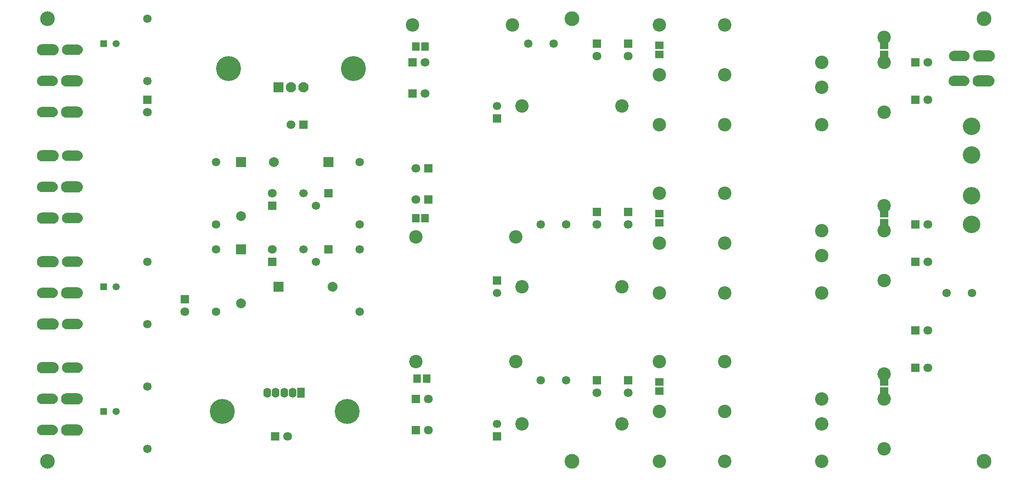
<source format=gbs>
G04 DipTrace 2.4.0.2*
%INpsu_1.GBS*%
%MOMM*%
%ADD29R,1.8X1.8*%
%ADD32C,3.556*%
%ADD46C,5.08*%
%ADD47C,3.0*%
%ADD58C,2.1*%
%ADD59C,1.7*%
%ADD60R,2.1X2.1*%
%ADD61R,1.7X1.7*%
%ADD62O,1.6X2.0*%
%ADD64R,1.6X2.0*%
%ADD66C,1.724*%
%ADD68C,2.74*%
%ADD70C,2.74*%
%ADD72R,1.47X1.47*%
%ADD74C,1.47*%
%ADD76C,1.724*%
%ADD82C,2.0*%
%ADD84R,2.0X2.0*%
%ADD85R,1.5X1.7*%
%ADD87R,1.7X1.5*%
%ADD89C,1.8*%
%FSLAX53Y53*%
G04*
G71*
G90*
G75*
G01*
%LNBotMask*%
%LPD*%
D29*
X191610Y88740D3*
D89*
X194150D3*
D29*
X191610Y55720D3*
D89*
X194150D3*
D29*
X191610Y41750D3*
D89*
X194150D3*
Y96360D3*
D29*
X191610D3*
D89*
X194150Y63340D3*
D29*
X191610D3*
D89*
X194150Y34130D3*
D29*
X191610D3*
D87*
X185260Y65563D3*
Y63663D3*
Y99853D3*
Y97953D3*
Y31273D3*
Y29373D3*
X139540Y99853D3*
Y97953D3*
Y65563D3*
Y63663D3*
Y31273D3*
Y29373D3*
D89*
X133190Y97630D3*
D29*
Y100170D3*
D89*
Y63340D3*
D29*
Y65880D3*
D89*
Y29050D3*
D29*
Y31590D3*
X126840Y100170D3*
D89*
Y97630D3*
D29*
Y65880D3*
D89*
Y63340D3*
D29*
Y31590D3*
D89*
Y29050D3*
D85*
X91910Y64610D3*
X90010D3*
X90330Y31910D3*
X92230D3*
X90010Y99535D3*
X91910D3*
D89*
X91915Y96360D3*
D29*
X89375D3*
D89*
X90010Y68420D3*
D29*
X92550D3*
D89*
Y27780D3*
D29*
X90010D3*
X92550Y74770D3*
D89*
X90010D3*
D29*
X89375Y90010D3*
D89*
X91915D3*
D29*
X90010Y21430D3*
D89*
X92550D3*
X63975Y20160D3*
D29*
X61435D3*
D89*
X64610Y83660D3*
D29*
X67150D3*
X60800Y67150D3*
D89*
Y69690D3*
D29*
Y55720D3*
D89*
Y58260D3*
D29*
X35400Y88740D3*
D89*
Y86200D3*
D29*
X43020Y48100D3*
D89*
Y45560D3*
D84*
X72230Y76040D3*
D82*
X61180D3*
D84*
X62070Y50640D3*
D82*
X73120D3*
D84*
X54450Y76040D3*
D82*
Y64990D3*
D84*
Y58260D3*
D82*
Y47210D3*
D32*
X203040Y63340D3*
Y69182D3*
Y83340D3*
Y77498D3*
D47*
X15080Y15080D3*
Y105250D3*
X205580D3*
X121760D3*
Y15080D3*
X205580D3*
D61*
X106520Y84930D3*
D59*
Y87470D3*
D61*
Y51910D3*
D59*
Y49370D3*
D61*
Y20160D3*
D59*
Y22700D3*
D76*
X197960Y49370D3*
X203168D3*
X112870Y100170D3*
X118078D3*
X115410Y63340D3*
X120618D3*
X115410Y31590D3*
X120618D3*
D74*
X29050Y25240D3*
D72*
X26510D3*
D74*
X29050Y100170D3*
D72*
X26510D3*
D74*
X29050Y50640D3*
D72*
X26510D3*
D70*
X172560Y91280D3*
Y96360D3*
X152875Y83660D3*
Y103980D3*
Y93820D3*
X172560Y83660D3*
Y56990D3*
Y62070D3*
X152875Y49370D3*
Y69690D3*
Y59530D3*
X172560Y49370D3*
Y22700D3*
Y27780D3*
X152875Y15080D3*
Y35400D3*
Y25240D3*
X172560Y15080D3*
X139540Y93820D3*
Y83660D3*
Y103980D3*
X185260Y96360D3*
Y101440D3*
Y86200D3*
X139540Y59530D3*
Y49370D3*
Y69690D3*
X185260Y62070D3*
Y67150D3*
Y51910D3*
X139540Y25240D3*
Y15080D3*
Y35400D3*
X185260Y27780D3*
Y32860D3*
Y17620D3*
X89375Y103980D3*
D68*
X109695D3*
D70*
X90010Y60800D3*
D68*
X110330D3*
D70*
X90010Y35400D3*
D68*
X110330D3*
D76*
X78580Y63340D3*
D66*
Y76040D3*
D76*
Y58260D3*
D66*
Y45560D3*
D76*
X35400Y17620D3*
D66*
Y30320D3*
D76*
X49370Y76040D3*
D66*
Y63340D3*
D76*
Y58260D3*
D66*
Y45560D3*
D76*
X35400Y92550D3*
D66*
Y105250D3*
D76*
Y55720D3*
D66*
Y43020D3*
D70*
X131920Y87470D3*
D68*
X111600D3*
D70*
X131920Y50640D3*
D68*
X111600D3*
D70*
X131920Y22700D3*
D68*
X111600D3*
D61*
X72230Y69690D3*
D59*
X69690Y67150D3*
X67150Y69690D3*
D61*
X72230Y58260D3*
D59*
X69690Y55720D3*
X67150Y58260D3*
D64*
X66674Y29050D3*
D62*
X64964D3*
X63254D3*
X61544D3*
X59834D3*
D60*
X62070Y91280D3*
D58*
X64610D3*
X67150D3*
G36*
X21219Y65670D2*
X21581Y65606D1*
X21900Y65422D1*
X22137Y65141D1*
X22263Y64795D1*
Y64427D1*
X22138Y64081D1*
X21901Y63799D1*
X21583Y63615D1*
X21220Y63551D1*
X19101D1*
X18739Y63614D1*
X18420Y63798D1*
X18183Y64079D1*
X18057Y64425D1*
Y64793D1*
X18183Y65139D1*
X18419Y65421D1*
X18737Y65605D1*
X19100Y65670D1*
X21219D1*
G37*
G36*
X16227Y65770D2*
X16616Y65701D1*
X16965Y65500D1*
X17225Y65191D1*
X17363Y64813D1*
Y64409D1*
X17225Y64030D1*
X16967Y63721D1*
X16618Y63519D1*
X16229Y63451D1*
X14093D1*
X13704Y63519D1*
X13355Y63720D1*
X13096Y64029D1*
X12957Y64407D1*
Y64811D1*
X13095Y65190D1*
X13353Y65499D1*
X13702Y65701D1*
X14091Y65770D1*
X16227D1*
G37*
G36*
X14021Y69901D2*
X13659Y69964D1*
X13340Y70148D1*
X13103Y70429D1*
X12977Y70775D1*
Y71143D1*
X13103Y71489D1*
X13339Y71771D1*
X13657Y71955D1*
X14020Y72020D1*
X16139D1*
X16501Y71956D1*
X16820Y71772D1*
X17057Y71491D1*
X17183Y71145D1*
Y70777D1*
X17058Y70431D1*
X16821Y70149D1*
X16503Y69965D1*
X16140Y69901D1*
X14021D1*
G37*
G36*
X19013Y69801D2*
X18624Y69869D1*
X18275Y70070D1*
X18016Y70379D1*
X17877Y70757D1*
Y71161D1*
X18015Y71540D1*
X18273Y71849D1*
X18622Y72051D1*
X19011Y72120D1*
X21147D1*
X21536Y72051D1*
X21885Y71850D1*
X22145Y71541D1*
X22283Y71163D1*
Y70759D1*
X22145Y70380D1*
X21887Y70071D1*
X21538Y69869D1*
X21149Y69801D1*
X19013D1*
G37*
G36*
X21219Y78370D2*
X21581Y78306D1*
X21900Y78122D1*
X22137Y77841D1*
X22263Y77495D1*
Y77127D1*
X22138Y76781D1*
X21901Y76499D1*
X21583Y76315D1*
X21220Y76251D1*
X19101D1*
X18739Y76314D1*
X18420Y76498D1*
X18183Y76779D1*
X18057Y77125D1*
Y77493D1*
X18183Y77839D1*
X18419Y78121D1*
X18737Y78305D1*
X19100Y78370D1*
X21219D1*
G37*
G36*
X16227Y78470D2*
X16616Y78401D1*
X16965Y78200D1*
X17225Y77891D1*
X17363Y77513D1*
Y77109D1*
X17225Y76730D1*
X16967Y76421D1*
X16618Y76219D1*
X16229Y76151D1*
X14093D1*
X13704Y76219D1*
X13355Y76420D1*
X13096Y76729D1*
X12957Y77107D1*
Y77511D1*
X13095Y77890D1*
X13353Y78199D1*
X13702Y78401D1*
X14091Y78470D1*
X16227D1*
G37*
G36*
X199521Y96571D2*
X199159Y96634D1*
X198840Y96818D1*
X198603Y97099D1*
X198477Y97445D1*
Y97813D1*
X198603Y98159D1*
X198839Y98441D1*
X199157Y98625D1*
X199520Y98690D1*
X201639D1*
X202001Y98626D1*
X202320Y98442D1*
X202557Y98161D1*
X202683Y97815D1*
Y97447D1*
X202558Y97101D1*
X202321Y96819D1*
X202003Y96635D1*
X201640Y96571D1*
X199521D1*
G37*
G36*
X204513Y96471D2*
X204124Y96539D1*
X203775Y96740D1*
X203516Y97049D1*
X203377Y97427D1*
Y97831D1*
X203515Y98210D1*
X203773Y98519D1*
X204122Y98721D1*
X204511Y98790D1*
X206647D1*
X207036Y98721D1*
X207385Y98520D1*
X207645Y98211D1*
X207783Y97833D1*
Y97429D1*
X207645Y97050D1*
X207387Y96741D1*
X207038Y96539D1*
X206649Y96471D1*
X204513D1*
G37*
G36*
X14021Y26721D2*
X13659Y26784D1*
X13340Y26968D1*
X13103Y27249D1*
X12977Y27595D1*
Y27963D1*
X13103Y28309D1*
X13339Y28591D1*
X13657Y28775D1*
X14020Y28840D1*
X16139D1*
X16501Y28776D1*
X16820Y28592D1*
X17057Y28311D1*
X17183Y27965D1*
Y27597D1*
X17058Y27251D1*
X16821Y26969D1*
X16503Y26785D1*
X16140Y26721D1*
X14021D1*
G37*
G36*
X19013Y26621D2*
X18624Y26689D1*
X18275Y26890D1*
X18016Y27199D1*
X17877Y27577D1*
Y27981D1*
X18015Y28360D1*
X18273Y28669D1*
X18622Y28871D1*
X19011Y28940D1*
X21147D1*
X21536Y28871D1*
X21885Y28670D1*
X22145Y28361D1*
X22283Y27983D1*
Y27579D1*
X22145Y27200D1*
X21887Y26891D1*
X21538Y26689D1*
X21149Y26621D1*
X19013D1*
G37*
G36*
X14021Y20371D2*
X13659Y20434D1*
X13340Y20618D1*
X13103Y20899D1*
X12977Y21245D1*
Y21613D1*
X13103Y21959D1*
X13339Y22241D1*
X13657Y22425D1*
X14020Y22490D1*
X16139D1*
X16501Y22426D1*
X16820Y22242D1*
X17057Y21961D1*
X17183Y21615D1*
Y21247D1*
X17058Y20901D1*
X16821Y20619D1*
X16503Y20435D1*
X16140Y20371D1*
X14021D1*
G37*
G36*
X19013Y20271D2*
X18624Y20339D1*
X18275Y20540D1*
X18016Y20849D1*
X17877Y21227D1*
Y21631D1*
X18015Y22010D1*
X18273Y22319D1*
X18622Y22521D1*
X19011Y22590D1*
X21147D1*
X21536Y22521D1*
X21885Y22320D1*
X22145Y22011D1*
X22283Y21633D1*
Y21229D1*
X22145Y20850D1*
X21887Y20541D1*
X21538Y20339D1*
X21149Y20271D1*
X19013D1*
G37*
G36*
X21219Y35190D2*
X21581Y35126D1*
X21900Y34942D1*
X22137Y34661D1*
X22263Y34315D1*
Y33947D1*
X22138Y33601D1*
X21901Y33319D1*
X21583Y33135D1*
X21220Y33071D1*
X19101D1*
X18739Y33134D1*
X18420Y33318D1*
X18183Y33599D1*
X18057Y33945D1*
Y34313D1*
X18183Y34659D1*
X18419Y34941D1*
X18737Y35125D1*
X19100Y35190D1*
X21219D1*
G37*
G36*
X16227Y35290D2*
X16616Y35221D1*
X16965Y35020D1*
X17225Y34711D1*
X17363Y34333D1*
Y33929D1*
X17225Y33550D1*
X16967Y33241D1*
X16618Y33039D1*
X16229Y32971D1*
X14093D1*
X13704Y33039D1*
X13355Y33240D1*
X13096Y33549D1*
X12957Y33927D1*
Y34331D1*
X13095Y34710D1*
X13353Y35019D1*
X13702Y35221D1*
X14091Y35290D1*
X16227D1*
G37*
G36*
X199441Y91491D2*
X199079Y91554D1*
X198760Y91738D1*
X198523Y92019D1*
X198397Y92365D1*
Y92733D1*
X198523Y93079D1*
X198759Y93361D1*
X199077Y93545D1*
X199440Y93610D1*
X201559D1*
X201921Y93546D1*
X202240Y93362D1*
X202477Y93081D1*
X202603Y92735D1*
Y92367D1*
X202478Y92021D1*
X202241Y91739D1*
X201923Y91555D1*
X201560Y91491D1*
X199441D1*
G37*
G36*
X204433Y91391D2*
X204044Y91459D1*
X203695Y91660D1*
X203436Y91969D1*
X203297Y92347D1*
Y92751D1*
X203435Y93130D1*
X203693Y93439D1*
X204042Y93641D1*
X204431Y93710D1*
X206567D1*
X206956Y93641D1*
X207305Y93440D1*
X207565Y93131D1*
X207703Y92753D1*
Y92349D1*
X207565Y91970D1*
X207307Y91661D1*
X206958Y91459D1*
X206569Y91391D1*
X204433D1*
G37*
G36*
X21219Y99960D2*
X21581Y99896D1*
X21900Y99712D1*
X22137Y99431D1*
X22263Y99085D1*
Y98717D1*
X22138Y98371D1*
X21901Y98089D1*
X21583Y97905D1*
X21220Y97841D1*
X19101D1*
X18739Y97904D1*
X18420Y98088D1*
X18183Y98369D1*
X18057Y98715D1*
Y99083D1*
X18183Y99429D1*
X18419Y99711D1*
X18737Y99895D1*
X19100Y99960D1*
X21219D1*
G37*
G36*
X16227Y100060D2*
X16616Y99991D1*
X16965Y99790D1*
X17225Y99481D1*
X17363Y99103D1*
Y98699D1*
X17225Y98320D1*
X16967Y98011D1*
X16618Y97809D1*
X16229Y97741D1*
X14093D1*
X13704Y97809D1*
X13355Y98010D1*
X13096Y98319D1*
X12957Y98697D1*
Y99101D1*
X13095Y99480D1*
X13353Y99789D1*
X13702Y99991D1*
X14091Y100060D1*
X16227D1*
G37*
G36*
X14021Y91491D2*
X13659Y91554D1*
X13340Y91738D1*
X13103Y92019D1*
X12977Y92365D1*
Y92733D1*
X13103Y93079D1*
X13339Y93361D1*
X13657Y93545D1*
X14020Y93610D1*
X16139D1*
X16501Y93546D1*
X16820Y93362D1*
X17057Y93081D1*
X17183Y92735D1*
Y92367D1*
X17058Y92021D1*
X16821Y91739D1*
X16503Y91555D1*
X16140Y91491D1*
X14021D1*
G37*
G36*
X19013Y91391D2*
X18624Y91459D1*
X18275Y91660D1*
X18016Y91969D1*
X17877Y92347D1*
Y92751D1*
X18015Y93130D1*
X18273Y93439D1*
X18622Y93641D1*
X19011Y93710D1*
X21147D1*
X21536Y93641D1*
X21885Y93440D1*
X22145Y93131D1*
X22283Y92753D1*
Y92349D1*
X22145Y91970D1*
X21887Y91661D1*
X21538Y91459D1*
X21149Y91391D1*
X19013D1*
G37*
G36*
X14021Y85141D2*
X13659Y85204D1*
X13340Y85388D1*
X13103Y85669D1*
X12977Y86015D1*
Y86383D1*
X13103Y86729D1*
X13339Y87011D1*
X13657Y87195D1*
X14020Y87260D1*
X16139D1*
X16501Y87196D1*
X16820Y87012D1*
X17057Y86731D1*
X17183Y86385D1*
Y86017D1*
X17058Y85671D1*
X16821Y85389D1*
X16503Y85205D1*
X16140Y85141D1*
X14021D1*
G37*
G36*
X19013Y85041D2*
X18624Y85109D1*
X18275Y85310D1*
X18016Y85619D1*
X17877Y85997D1*
Y86401D1*
X18015Y86780D1*
X18273Y87089D1*
X18622Y87291D1*
X19011Y87360D1*
X21147D1*
X21536Y87291D1*
X21885Y87090D1*
X22145Y86781D1*
X22283Y86403D1*
Y85999D1*
X22145Y85620D1*
X21887Y85311D1*
X21538Y85109D1*
X21149Y85041D1*
X19013D1*
G37*
D46*
X50640Y25240D3*
X76040D3*
X51910Y95090D3*
X77310D3*
G36*
X21219Y56780D2*
X21581Y56716D1*
X21900Y56532D1*
X22137Y56251D1*
X22263Y55905D1*
Y55537D1*
X22138Y55191D1*
X21901Y54909D1*
X21583Y54725D1*
X21220Y54661D1*
X19101D1*
X18739Y54724D1*
X18420Y54908D1*
X18183Y55189D1*
X18057Y55535D1*
Y55903D1*
X18183Y56249D1*
X18419Y56531D1*
X18737Y56715D1*
X19100Y56780D1*
X21219D1*
G37*
G36*
X16227Y56880D2*
X16616Y56811D1*
X16965Y56610D1*
X17225Y56301D1*
X17363Y55923D1*
Y55519D1*
X17225Y55140D1*
X16967Y54831D1*
X16618Y54629D1*
X16229Y54561D1*
X14093D1*
X13704Y54629D1*
X13355Y54830D1*
X13096Y55139D1*
X12957Y55517D1*
Y55921D1*
X13095Y56300D1*
X13353Y56609D1*
X13702Y56811D1*
X14091Y56880D1*
X16227D1*
G37*
G36*
X21219Y44080D2*
X21581Y44016D1*
X21900Y43832D1*
X22137Y43551D1*
X22263Y43205D1*
Y42837D1*
X22138Y42491D1*
X21901Y42209D1*
X21583Y42025D1*
X21220Y41961D1*
X19101D1*
X18739Y42024D1*
X18420Y42208D1*
X18183Y42489D1*
X18057Y42835D1*
Y43203D1*
X18183Y43549D1*
X18419Y43831D1*
X18737Y44015D1*
X19100Y44080D1*
X21219D1*
G37*
G36*
X16227Y44180D2*
X16616Y44111D1*
X16965Y43910D1*
X17225Y43601D1*
X17363Y43223D1*
Y42819D1*
X17225Y42440D1*
X16967Y42131D1*
X16618Y41929D1*
X16229Y41861D1*
X14093D1*
X13704Y41929D1*
X13355Y42130D1*
X13096Y42439D1*
X12957Y42817D1*
Y43221D1*
X13095Y43600D1*
X13353Y43909D1*
X13702Y44111D1*
X14091Y44180D1*
X16227D1*
G37*
G36*
X14021Y48311D2*
X13659Y48374D1*
X13340Y48558D1*
X13103Y48839D1*
X12977Y49185D1*
Y49553D1*
X13103Y49899D1*
X13339Y50181D1*
X13657Y50365D1*
X14020Y50430D1*
X16139D1*
X16501Y50366D1*
X16820Y50182D1*
X17057Y49901D1*
X17183Y49555D1*
Y49187D1*
X17058Y48841D1*
X16821Y48559D1*
X16503Y48375D1*
X16140Y48311D1*
X14021D1*
G37*
G36*
X19013Y48211D2*
X18624Y48279D1*
X18275Y48480D1*
X18016Y48789D1*
X17877Y49167D1*
Y49571D1*
X18015Y49950D1*
X18273Y50259D1*
X18622Y50461D1*
X19011Y50530D1*
X21147D1*
X21536Y50461D1*
X21885Y50260D1*
X22145Y49951D1*
X22283Y49573D1*
Y49169D1*
X22145Y48790D1*
X21887Y48481D1*
X21538Y48279D1*
X21149Y48211D1*
X19013D1*
G37*
M02*

</source>
